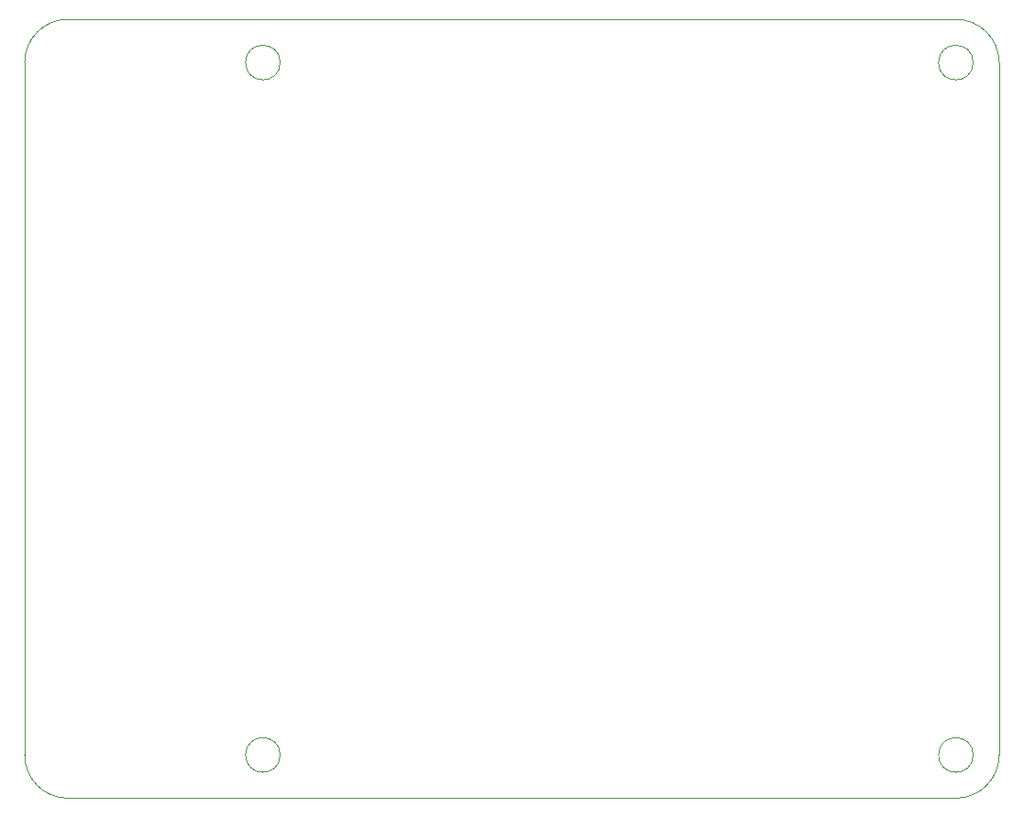
<source format=gbr>
G04 #@! TF.GenerationSoftware,KiCad,Pcbnew,8.0.0*
G04 #@! TF.CreationDate,2024-03-14T11:38:26-06:00*
G04 #@! TF.ProjectId,ColorSensor,436f6c6f-7253-4656-9e73-6f722e6b6963,A*
G04 #@! TF.SameCoordinates,Original*
G04 #@! TF.FileFunction,Profile,NP*
%FSLAX46Y46*%
G04 Gerber Fmt 4.6, Leading zero omitted, Abs format (unit mm)*
G04 Created by KiCad (PCBNEW 8.0.0) date 2024-03-14 11:38:26*
%MOMM*%
%LPD*%
G01*
G04 APERTURE LIST*
G04 #@! TA.AperFunction,Profile*
%ADD10C,0.050000*%
G04 #@! TD*
G04 APERTURE END LIST*
D10*
X186000000Y-132000000D02*
G75*
G02*
X182000000Y-136000000I-4000000J0D01*
G01*
X183600000Y-132000000D02*
G75*
G02*
X180400000Y-132000000I-1600000J0D01*
G01*
X180400000Y-132000000D02*
G75*
G02*
X183600000Y-132000000I1600000J0D01*
G01*
X182000000Y-136000000D02*
X100000000Y-136000000D01*
X119600000Y-68000000D02*
G75*
G02*
X116400000Y-68000000I-1600000J0D01*
G01*
X116400000Y-68000000D02*
G75*
G02*
X119600000Y-68000000I1600000J0D01*
G01*
X182000000Y-64000000D02*
X100000000Y-64000000D01*
X186000000Y-132000000D02*
X186000000Y-68000000D01*
X182000000Y-64000000D02*
G75*
G02*
X186000000Y-68000000I0J-4000000D01*
G01*
X100000000Y-136000000D02*
G75*
G02*
X96000000Y-132000000I0J4000000D01*
G01*
X183600000Y-68000000D02*
G75*
G02*
X180400000Y-68000000I-1600000J0D01*
G01*
X180400000Y-68000000D02*
G75*
G02*
X183600000Y-68000000I1600000J0D01*
G01*
X96000000Y-132000000D02*
X96000000Y-68000000D01*
X96000000Y-68000000D02*
G75*
G02*
X100000000Y-64000000I4000000J0D01*
G01*
X119600000Y-132000000D02*
G75*
G02*
X116400000Y-132000000I-1600000J0D01*
G01*
X116400000Y-132000000D02*
G75*
G02*
X119600000Y-132000000I1600000J0D01*
G01*
M02*

</source>
